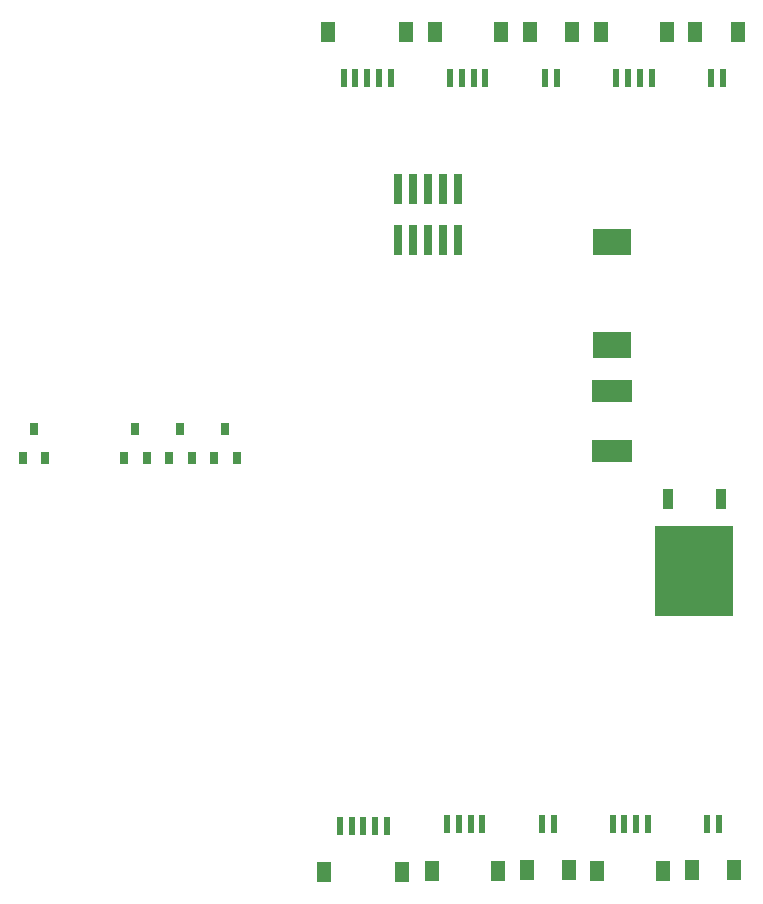
<source format=gbr>
G04 EAGLE Gerber RS-274X export*
G75*
%MOMM*%
%FSLAX34Y34*%
%LPD*%
%INSolderpaste Top*%
%IPPOS*%
%AMOC8*
5,1,8,0,0,1.08239X$1,22.5*%
G01*
%ADD10R,3.230000X2.160000*%
%ADD11R,0.939800X1.701800*%
%ADD12R,6.654800X7.721600*%
%ADD13R,3.429000X1.879600*%
%ADD14R,0.760000X2.600000*%
%ADD15R,0.800000X1.000000*%
%ADD16R,0.600000X1.500000*%
%ADD17R,1.200000X1.800000*%


D10*
X187325Y534100D03*
X187325Y621600D03*
D11*
X279675Y403987D03*
X234675Y403987D03*
D12*
X257175Y342900D03*
D13*
X187325Y444246D03*
X187325Y495554D03*
D14*
X57150Y623025D03*
X44450Y623025D03*
X31750Y623025D03*
X19050Y623025D03*
X6350Y623025D03*
X57150Y666025D03*
X44450Y666025D03*
X31750Y666025D03*
X19050Y666025D03*
X6350Y666025D03*
D15*
X-311125Y438850D03*
X-292125Y438850D03*
X-301625Y462850D03*
X-149200Y438850D03*
X-130200Y438850D03*
X-139700Y462850D03*
X-187300Y438850D03*
X-168300Y438850D03*
X-177800Y462850D03*
X-225400Y438850D03*
X-206400Y438850D03*
X-215900Y462850D03*
D16*
X-42860Y127150D03*
D17*
X-55860Y88150D03*
D16*
X-32860Y127150D03*
D17*
X10140Y88150D03*
D16*
X-22860Y127150D03*
X-12860Y127150D03*
X-2860Y127150D03*
X315Y759995D03*
D17*
X13315Y798995D03*
D16*
X-9685Y759995D03*
D17*
X-52685Y798995D03*
D16*
X-19685Y759995D03*
X-29685Y759995D03*
X-39685Y759995D03*
X70405Y760095D03*
X60405Y760095D03*
X80405Y760095D03*
X50405Y760095D03*
D17*
X93405Y799095D03*
X37405Y799095D03*
D16*
X211375Y760095D03*
X201375Y760095D03*
X221375Y760095D03*
X191375Y760095D03*
D17*
X234375Y799095D03*
X178375Y799095D03*
D16*
X198200Y128270D03*
X208200Y128270D03*
X188200Y128270D03*
X218200Y128270D03*
D17*
X175200Y89270D03*
X231200Y89270D03*
D16*
X57865Y128270D03*
X67865Y128270D03*
X47865Y128270D03*
X77865Y128270D03*
D17*
X34865Y89270D03*
X90865Y89270D03*
D16*
X281225Y759995D03*
D17*
X294225Y798995D03*
D16*
X271225Y759995D03*
D17*
X258225Y798995D03*
D16*
X140890Y759995D03*
D17*
X153890Y798995D03*
D16*
X130890Y759995D03*
D17*
X117890Y798995D03*
D16*
X268050Y128420D03*
D17*
X255050Y89420D03*
D16*
X278050Y128420D03*
D17*
X291050Y89420D03*
D16*
X128350Y128420D03*
D17*
X115350Y89420D03*
D16*
X138350Y128420D03*
D17*
X151350Y89420D03*
M02*

</source>
